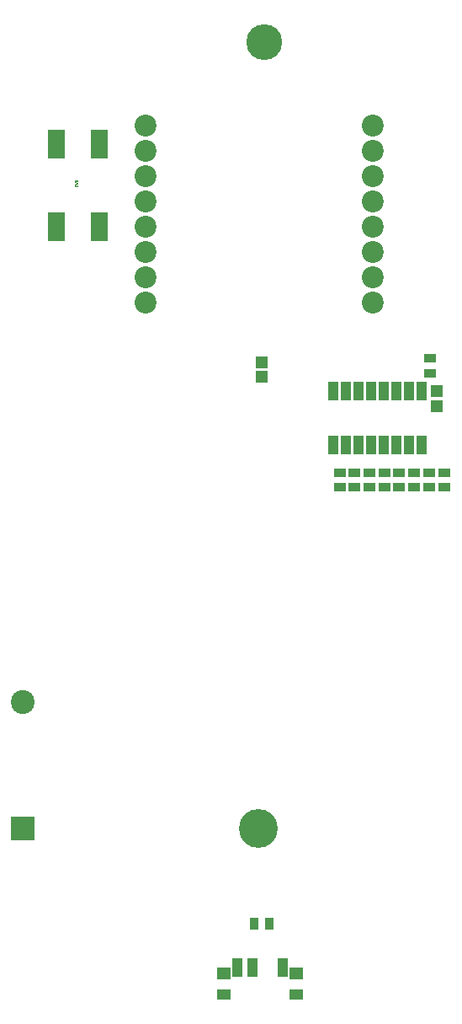
<source format=gbr>
G04 #@! TF.GenerationSoftware,KiCad,Pcbnew,no-vcs-found-bf44d39~61~ubuntu16.04.1*
G04 #@! TF.CreationDate,2018-01-11T19:38:33+02:00*
G04 #@! TF.ProjectId,shd18-badge,73686431382D62616467652E6B696361,rev?*
G04 #@! TF.SameCoordinates,Original*
G04 #@! TF.FileFunction,Soldermask,Bot*
G04 #@! TF.FilePolarity,Negative*
%FSLAX45Y45*%
G04 Gerber Fmt 4.5, Leading zero omitted, Abs format (unit mm)*
G04 Created by KiCad (PCBNEW no-vcs-found-bf44d39~61~ubuntu16.04.1) date Thu Jan 11 19:38:33 2018*
%MOMM*%
%LPD*%
G01*
G04 APERTURE LIST*
%ADD10C,0.020320*%
%ADD11R,2.400000X2.400000*%
%ADD12C,2.400000*%
%ADD13C,3.900000*%
%ADD14R,1.300000X0.900000*%
%ADD15R,1.670000X2.940000*%
%ADD16R,1.100000X1.900000*%
%ADD17R,1.400000X1.000000*%
%ADD18R,1.400000X1.200000*%
%ADD19R,1.150000X1.200000*%
%ADD20R,1.000000X1.900000*%
%ADD21C,3.600000*%
%ADD22R,0.900000X1.300000*%
%ADD23C,2.200000*%
G04 APERTURE END LIST*
D10*
X26949102Y-14988117D02*
X26950251Y-14991564D01*
X26950251Y-14997309D01*
X26949102Y-14999607D01*
X26947953Y-15000756D01*
X26945655Y-15001905D01*
X26943357Y-15001905D01*
X26941058Y-15000756D01*
X26939909Y-14999607D01*
X26938760Y-14997309D01*
X26937611Y-14992713D01*
X26936462Y-14990415D01*
X26935313Y-14989266D01*
X26933015Y-14988117D01*
X26930717Y-14988117D01*
X26928419Y-14989266D01*
X26927270Y-14990415D01*
X26926121Y-14992713D01*
X26926121Y-14998458D01*
X26927270Y-15001905D01*
X26926121Y-15009949D02*
X26950251Y-15015694D01*
X26933015Y-15020290D01*
X26950251Y-15024886D01*
X26926121Y-15030632D01*
X26928419Y-15038675D02*
X26927270Y-15039824D01*
X26926121Y-15042122D01*
X26926121Y-15047867D01*
X26927270Y-15050165D01*
X26928419Y-15051315D01*
X26930717Y-15052464D01*
X26933015Y-15052464D01*
X26936462Y-15051315D01*
X26950251Y-15037526D01*
X26950251Y-15052464D01*
D11*
X26400000Y-21500000D03*
D12*
X26400000Y-20230000D03*
D13*
X28772360Y-21500000D03*
D14*
X30500000Y-16775000D03*
X30500000Y-16925000D03*
D15*
X26734100Y-14627100D03*
X27165900Y-14627100D03*
X27165900Y-15452900D03*
X26734100Y-15452900D03*
D16*
X28560000Y-22895000D03*
X28710000Y-22895000D03*
X29010000Y-22895000D03*
D17*
X28420000Y-23170000D03*
D18*
X28420000Y-22960000D03*
D17*
X29150000Y-23170000D03*
D18*
X29150000Y-22960000D03*
D19*
X28800000Y-16815000D03*
X28800000Y-16965000D03*
X30565962Y-17104853D03*
X30565962Y-17254853D03*
D20*
X30412456Y-17109940D03*
X30285456Y-17109940D03*
X30158456Y-17109940D03*
X30031456Y-17109940D03*
X29904456Y-17109940D03*
X29777456Y-17109940D03*
X29650456Y-17109940D03*
X29523456Y-17109940D03*
X29523456Y-17649940D03*
X29650456Y-17649940D03*
X29777456Y-17649940D03*
X29904456Y-17649940D03*
X30031456Y-17649940D03*
X30158456Y-17649940D03*
X30285456Y-17649940D03*
X30412456Y-17649940D03*
D21*
X28825000Y-13600000D03*
D14*
X29735962Y-18074853D03*
X29735962Y-17924853D03*
X29885962Y-17924853D03*
X29885962Y-18074853D03*
X30035962Y-18074853D03*
X30035962Y-17924853D03*
X30185962Y-17924853D03*
X30185962Y-18074853D03*
X30335962Y-18074853D03*
X30335962Y-17924853D03*
X30485962Y-17924853D03*
X30485962Y-18074853D03*
X30640000Y-18075000D03*
X30640000Y-17925000D03*
D22*
X28725000Y-22460000D03*
X28875000Y-22460000D03*
D14*
X29585962Y-17924853D03*
X29585962Y-18074853D03*
D23*
X29923000Y-16216000D03*
X29923000Y-15962000D03*
X29923000Y-15708000D03*
X29923000Y-15454000D03*
X29923000Y-15200000D03*
X29923000Y-14946000D03*
X29923000Y-14692000D03*
X29923000Y-14438000D03*
X27637000Y-14438000D03*
X27637000Y-14692000D03*
X27637000Y-14946000D03*
X27637000Y-15200000D03*
X27637000Y-15454000D03*
X27637000Y-15708000D03*
X27637000Y-15962000D03*
X27637000Y-16216000D03*
M02*

</source>
